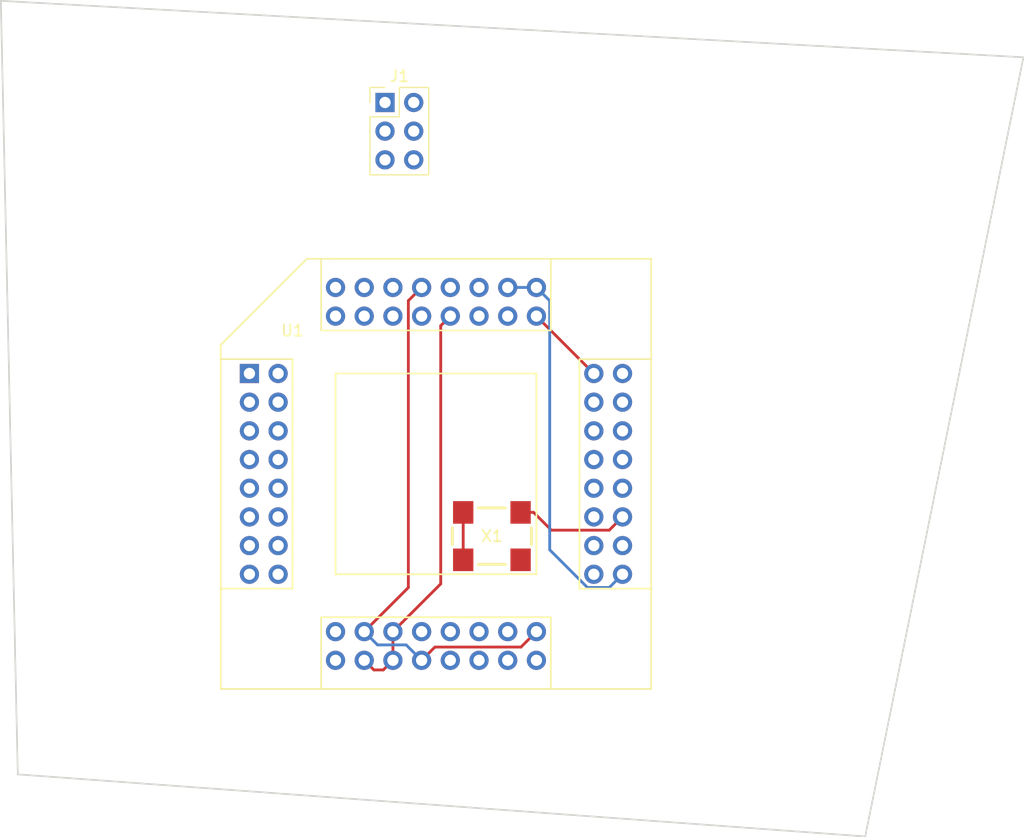
<source format=kicad_pcb>
(kicad_pcb (version 20171130) (host pcbnew "(5.0.0-rc3-dev-2-g101b68b61)")

  (general
    (thickness 1.6)
    (drawings 4)
    (tracks 34)
    (zones 0)
    (modules 3)
    (nets 62)
  )

  (page A4)
  (layers
    (0 F.Cu signal)
    (31 B.Cu signal)
    (37 F.SilkS user)
    (39 F.Mask user)
    (40 Dwgs.User user)
    (41 Cmts.User user)
    (42 Eco1.User user)
    (43 Eco2.User user)
    (44 Edge.Cuts user)
    (45 Margin user)
    (46 B.CrtYd user)
    (47 F.CrtYd user)
    (49 F.Fab user)
  )

  (setup
    (last_trace_width 0.25)
    (trace_clearance 0.2)
    (zone_clearance 0.508)
    (zone_45_only no)
    (trace_min 0.2)
    (segment_width 0.2)
    (edge_width 0.15)
    (via_size 0.8)
    (via_drill 0.4)
    (via_min_size 0.4)
    (via_min_drill 0.3)
    (uvia_size 0.3)
    (uvia_drill 0.1)
    (uvias_allowed no)
    (uvia_min_size 0.2)
    (uvia_min_drill 0.1)
    (pcb_text_width 0.3)
    (pcb_text_size 1.5 1.5)
    (mod_edge_width 0.15)
    (mod_text_size 1 1)
    (mod_text_width 0.15)
    (pad_size 1.7 1.7)
    (pad_drill 1)
    (pad_to_mask_clearance 0.2)
    (aux_axis_origin 0 0)
    (visible_elements 7FFFFFFF)
    (pcbplotparams
      (layerselection 0x010a0_ffffffff)
      (usegerberextensions true)
      (usegerberattributes false)
      (usegerberadvancedattributes false)
      (creategerberjobfile false)
      (excludeedgelayer true)
      (linewidth 0.100000)
      (plotframeref false)
      (viasonmask false)
      (mode 1)
      (useauxorigin false)
      (hpglpennumber 1)
      (hpglpenspeed 20)
      (hpglpendiameter 15.000000)
      (psnegative false)
      (psa4output false)
      (plotreference true)
      (plotvalue true)
      (plotinvisibletext false)
      (padsonsilk false)
      (subtractmaskfromsilk false)
      (outputformat 1)
      (mirror false)
      (drillshape 0)
      (scaleselection 1)
      (outputdirectory "gerber/"))
  )

  (net 0 "")
  (net 1 +3V3)
  (net 2 GND)
  (net 3 "Net-(J1-Pad6)")
  (net 4 "Net-(J1-Pad5)")
  (net 5 "Net-(J1-Pad4)")
  (net 6 "Net-(J1-Pad3)")
  (net 7 "Net-(J1-Pad2)")
  (net 8 "Net-(J1-Pad1)")
  (net 9 "Net-(U1-Pad1)")
  (net 10 "Net-(U1-Pad2)")
  (net 11 "Net-(U1-Pad3)")
  (net 12 "Net-(U1-Pad4)")
  (net 13 "Net-(U1-Pad5)")
  (net 14 "Net-(U1-Pad6)")
  (net 15 "Net-(U1-Pad7)")
  (net 16 "Net-(U1-Pad8)")
  (net 17 "Net-(U1-Pad9)")
  (net 18 "Net-(U1-Pad10)")
  (net 19 "Net-(U1-Pad11)")
  (net 20 "Net-(U1-Pad12)")
  (net 21 "Net-(U1-Pad13)")
  (net 22 "Net-(U1-Pad14)")
  (net 23 "Net-(U1-Pad15)")
  (net 24 "Net-(U1-Pad16)")
  (net 25 "Net-(U1-Pad17)")
  (net 26 "Net-(U1-Pad18)")
  (net 27 "Net-(U1-Pad19)")
  (net 28 "Net-(U1-Pad20)")
  (net 29 "Net-(U1-Pad24)")
  (net 30 "Net-(U1-Pad25)")
  (net 31 "Net-(U1-Pad26)")
  (net 32 "Net-(U1-Pad28)")
  (net 33 "Net-(U1-Pad30)")
  (net 34 "Net-(U1-Pad31)")
  (net 35 "Net-(U1-Pad33)")
  (net 36 "Net-(U1-Pad34)")
  (net 37 "Net-(U1-Pad35)")
  (net 38 "Net-(U1-Pad36)")
  (net 39 "Net-(U1-Pad37)")
  (net 40 "Net-(U1-Pad38)")
  (net 41 "Net-(U1-Pad39)")
  (net 42 "Net-(U1-Pad40)")
  (net 43 "Net-(U1-Pad41)")
  (net 44 "Net-(U1-Pad42)")
  (net 45 "Net-(U1-Pad43)")
  (net 46 "Net-(U1-Pad44)")
  (net 47 "Net-(U1-Pad45)")
  (net 48 "Net-(U1-Pad46)")
  (net 49 "Net-(U1-Pad47)")
  (net 50 "Net-(U1-Pad48)")
  (net 51 "Net-(U1-Pad52)")
  (net 52 "Net-(U1-Pad53)")
  (net 53 "Net-(U1-Pad54)")
  (net 54 "Net-(U1-Pad55)")
  (net 55 "Net-(U1-Pad58)")
  (net 56 "Net-(U1-Pad59)")
  (net 57 "Net-(U1-Pad60)")
  (net 58 "Net-(U1-Pad61)")
  (net 59 "Net-(U1-Pad62)")
  (net 60 "Net-(U1-Pad63)")
  (net 61 "Net-(U1-Pad64)")

  (net_class Default "This is the default net class."
    (clearance 0.2)
    (trace_width 0.25)
    (via_dia 0.8)
    (via_drill 0.4)
    (uvia_dia 0.3)
    (uvia_drill 0.1)
    (add_net +3V3)
    (add_net GND)
    (add_net "Net-(J1-Pad1)")
    (add_net "Net-(J1-Pad2)")
    (add_net "Net-(J1-Pad3)")
    (add_net "Net-(J1-Pad4)")
    (add_net "Net-(J1-Pad5)")
    (add_net "Net-(J1-Pad6)")
    (add_net "Net-(U1-Pad1)")
    (add_net "Net-(U1-Pad10)")
    (add_net "Net-(U1-Pad11)")
    (add_net "Net-(U1-Pad12)")
    (add_net "Net-(U1-Pad13)")
    (add_net "Net-(U1-Pad14)")
    (add_net "Net-(U1-Pad15)")
    (add_net "Net-(U1-Pad16)")
    (add_net "Net-(U1-Pad17)")
    (add_net "Net-(U1-Pad18)")
    (add_net "Net-(U1-Pad19)")
    (add_net "Net-(U1-Pad2)")
    (add_net "Net-(U1-Pad20)")
    (add_net "Net-(U1-Pad24)")
    (add_net "Net-(U1-Pad25)")
    (add_net "Net-(U1-Pad26)")
    (add_net "Net-(U1-Pad28)")
    (add_net "Net-(U1-Pad3)")
    (add_net "Net-(U1-Pad30)")
    (add_net "Net-(U1-Pad31)")
    (add_net "Net-(U1-Pad33)")
    (add_net "Net-(U1-Pad34)")
    (add_net "Net-(U1-Pad35)")
    (add_net "Net-(U1-Pad36)")
    (add_net "Net-(U1-Pad37)")
    (add_net "Net-(U1-Pad38)")
    (add_net "Net-(U1-Pad39)")
    (add_net "Net-(U1-Pad4)")
    (add_net "Net-(U1-Pad40)")
    (add_net "Net-(U1-Pad41)")
    (add_net "Net-(U1-Pad42)")
    (add_net "Net-(U1-Pad43)")
    (add_net "Net-(U1-Pad44)")
    (add_net "Net-(U1-Pad45)")
    (add_net "Net-(U1-Pad46)")
    (add_net "Net-(U1-Pad47)")
    (add_net "Net-(U1-Pad48)")
    (add_net "Net-(U1-Pad5)")
    (add_net "Net-(U1-Pad52)")
    (add_net "Net-(U1-Pad53)")
    (add_net "Net-(U1-Pad54)")
    (add_net "Net-(U1-Pad55)")
    (add_net "Net-(U1-Pad58)")
    (add_net "Net-(U1-Pad59)")
    (add_net "Net-(U1-Pad6)")
    (add_net "Net-(U1-Pad60)")
    (add_net "Net-(U1-Pad61)")
    (add_net "Net-(U1-Pad62)")
    (add_net "Net-(U1-Pad63)")
    (add_net "Net-(U1-Pad64)")
    (add_net "Net-(U1-Pad7)")
    (add_net "Net-(U1-Pad8)")
    (add_net "Net-(U1-Pad9)")
  )

  (module prj_lib_fp:xQFP_64_to_2.54mm_adapter (layer F.Cu) (tedit 5B453A16) (tstamp 5B457107)
    (at 72 56)
    (path /5B454C4D)
    (fp_text reference U1 (at 3.81 -3.81) (layer F.SilkS)
      (effects (font (size 1 1) (thickness 0.15)))
    )
    (fp_text value ADS1299-4PAG (at 16.51 30.48) (layer F.Fab)
      (effects (font (size 1 1) (thickness 0.15)))
    )
    (fp_line (start 7.62 -10.16) (end 5.08 -10.16) (layer F.SilkS) (width 0.15))
    (fp_line (start 5.08 -10.16) (end -2.54 -2.54) (layer F.SilkS) (width 0.15))
    (fp_line (start -2.54 -2.54) (end -2.54 27.94) (layer F.SilkS) (width 0.15))
    (fp_line (start -2.54 27.94) (end 35.56 27.94) (layer F.SilkS) (width 0.15))
    (fp_line (start 35.56 27.94) (end 35.56 -10.16) (layer F.SilkS) (width 0.15))
    (fp_line (start 35.56 -10.16) (end 7.62 -10.16) (layer F.SilkS) (width 0.15))
    (fp_line (start 25.4 0) (end 7.62 0) (layer F.SilkS) (width 0.15))
    (fp_line (start 7.62 0) (end 7.62 17.78) (layer F.SilkS) (width 0.15))
    (fp_line (start 7.62 17.78) (end 25.4 17.78) (layer F.SilkS) (width 0.15))
    (fp_line (start 25.4 17.78) (end 25.4 0) (layer F.SilkS) (width 0.15))
    (fp_line (start -2.54 -1.27) (end 3.81 -1.27) (layer F.SilkS) (width 0.15))
    (fp_line (start 3.81 -1.27) (end 3.81 19.05) (layer F.SilkS) (width 0.15))
    (fp_line (start 3.81 19.05) (end -2.54 19.05) (layer F.SilkS) (width 0.15))
    (fp_line (start 6.35 27.94) (end 6.35 21.59) (layer F.SilkS) (width 0.15))
    (fp_line (start 6.35 21.59) (end 26.67 21.59) (layer F.SilkS) (width 0.15))
    (fp_line (start 26.67 21.59) (end 26.67 27.94) (layer F.SilkS) (width 0.15))
    (fp_line (start 35.56 19.05) (end 29.21 19.05) (layer F.SilkS) (width 0.15))
    (fp_line (start 29.21 19.05) (end 29.21 -1.27) (layer F.SilkS) (width 0.15))
    (fp_line (start 29.21 -1.27) (end 35.56 -1.27) (layer F.SilkS) (width 0.15))
    (fp_line (start 26.67 -10.16) (end 26.67 -3.81) (layer F.SilkS) (width 0.15))
    (fp_line (start 26.67 -3.81) (end 6.35 -3.81) (layer F.SilkS) (width 0.15))
    (fp_line (start 6.35 -3.81) (end 6.35 -10.16) (layer F.SilkS) (width 0.15))
    (pad 1 thru_hole rect (at 0 0) (size 1.7 1.7) (drill 1) (layers *.Cu *.Mask)
      (net 9 "Net-(U1-Pad1)"))
    (pad 2 thru_hole circle (at 2.54 0) (size 1.7 1.7) (drill 1) (layers *.Cu *.Mask)
      (net 10 "Net-(U1-Pad2)"))
    (pad 3 thru_hole circle (at 0 2.54) (size 1.7 1.7) (drill 1) (layers *.Cu *.Mask)
      (net 11 "Net-(U1-Pad3)"))
    (pad 4 thru_hole circle (at 2.54 2.54) (size 1.7 1.7) (drill 1) (layers *.Cu *.Mask)
      (net 12 "Net-(U1-Pad4)"))
    (pad 5 thru_hole circle (at 0 5.08) (size 1.7 1.7) (drill 1) (layers *.Cu *.Mask)
      (net 13 "Net-(U1-Pad5)"))
    (pad 6 thru_hole circle (at 2.54 5.08) (size 1.7 1.7) (drill 1) (layers *.Cu *.Mask)
      (net 14 "Net-(U1-Pad6)"))
    (pad 7 thru_hole circle (at 0 7.62) (size 1.7 1.7) (drill 1) (layers *.Cu *.Mask)
      (net 15 "Net-(U1-Pad7)"))
    (pad 8 thru_hole circle (at 2.54 7.62) (size 1.7 1.7) (drill 1) (layers *.Cu *.Mask)
      (net 16 "Net-(U1-Pad8)"))
    (pad 9 thru_hole circle (at 0 10.16) (size 1.7 1.7) (drill 1) (layers *.Cu *.Mask)
      (net 17 "Net-(U1-Pad9)"))
    (pad 10 thru_hole circle (at 2.54 10.16) (size 1.7 1.7) (drill 1) (layers *.Cu *.Mask)
      (net 18 "Net-(U1-Pad10)"))
    (pad 11 thru_hole circle (at 0 12.7) (size 1.7 1.7) (drill 1) (layers *.Cu *.Mask)
      (net 19 "Net-(U1-Pad11)"))
    (pad 12 thru_hole circle (at 2.54 12.7) (size 1.7 1.7) (drill 1) (layers *.Cu *.Mask)
      (net 20 "Net-(U1-Pad12)"))
    (pad 13 thru_hole circle (at 0 15.24) (size 1.7 1.7) (drill 1) (layers *.Cu *.Mask)
      (net 21 "Net-(U1-Pad13)"))
    (pad 14 thru_hole circle (at 2.54 15.24) (size 1.7 1.7) (drill 1) (layers *.Cu *.Mask)
      (net 22 "Net-(U1-Pad14)"))
    (pad 15 thru_hole circle (at 0 17.78) (size 1.7 1.7) (drill 1) (layers *.Cu *.Mask)
      (net 23 "Net-(U1-Pad15)"))
    (pad 16 thru_hole circle (at 2.54 17.78) (size 1.7 1.7) (drill 1) (layers *.Cu *.Mask)
      (net 24 "Net-(U1-Pad16)"))
    (pad 17 thru_hole circle (at 7.62 25.4) (size 1.7 1.7) (drill 1) (layers *.Cu *.Mask)
      (net 25 "Net-(U1-Pad17)"))
    (pad 18 thru_hole circle (at 7.62 22.86) (size 1.7 1.7) (drill 1) (layers *.Cu *.Mask)
      (net 26 "Net-(U1-Pad18)"))
    (pad 19 thru_hole circle (at 10.16 25.4) (size 1.7 1.7) (drill 1) (layers *.Cu *.Mask)
      (net 27 "Net-(U1-Pad19)"))
    (pad 20 thru_hole circle (at 10.16 22.86) (size 1.7 1.7) (drill 1) (layers *.Cu *.Mask)
      (net 28 "Net-(U1-Pad20)"))
    (pad 21 thru_hole circle (at 12.7 25.4) (size 1.7 1.7) (drill 1) (layers *.Cu *.Mask)
      (net 27 "Net-(U1-Pad19)"))
    (pad 22 thru_hole circle (at 12.7 22.86) (size 1.7 1.7) (drill 1) (layers *.Cu *.Mask)
      (net 27 "Net-(U1-Pad19)"))
    (pad 23 thru_hole circle (at 15.24 25.4) (size 1.7 1.7) (drill 1) (layers *.Cu *.Mask)
      (net 28 "Net-(U1-Pad20)"))
    (pad 24 thru_hole circle (at 15.24 22.86) (size 1.7 1.7) (drill 1) (layers *.Cu *.Mask)
      (net 29 "Net-(U1-Pad24)"))
    (pad 25 thru_hole circle (at 17.78 25.4) (size 1.7 1.7) (drill 1) (layers *.Cu *.Mask)
      (net 30 "Net-(U1-Pad25)"))
    (pad 26 thru_hole circle (at 17.78 22.86) (size 1.7 1.7) (drill 1) (layers *.Cu *.Mask)
      (net 31 "Net-(U1-Pad26)"))
    (pad 27 thru_hole circle (at 20.32 25.4) (size 1.7 1.7) (drill 1) (layers *.Cu *.Mask))
    (pad 28 thru_hole circle (at 20.32 22.86) (size 1.7 1.7) (drill 1) (layers *.Cu *.Mask)
      (net 32 "Net-(U1-Pad28)"))
    (pad 29 thru_hole circle (at 22.86 25.4) (size 1.7 1.7) (drill 1) (layers *.Cu *.Mask))
    (pad 30 thru_hole circle (at 22.86 22.86) (size 1.7 1.7) (drill 1) (layers *.Cu *.Mask)
      (net 33 "Net-(U1-Pad30)"))
    (pad 31 thru_hole circle (at 25.4 25.4) (size 1.7 1.7) (drill 1) (layers *.Cu *.Mask)
      (net 34 "Net-(U1-Pad31)"))
    (pad 32 thru_hole circle (at 25.4 22.86) (size 1.7 1.7) (drill 1) (layers *.Cu *.Mask)
      (net 28 "Net-(U1-Pad20)"))
    (pad 33 thru_hole circle (at 33.02 17.78) (size 1.7 1.7) (drill 1) (layers *.Cu *.Mask)
      (net 35 "Net-(U1-Pad33)"))
    (pad 34 thru_hole circle (at 30.48 17.78) (size 1.7 1.7) (drill 1) (layers *.Cu *.Mask)
      (net 36 "Net-(U1-Pad34)"))
    (pad 35 thru_hole circle (at 33.02 15.24) (size 1.7 1.7) (drill 1) (layers *.Cu *.Mask)
      (net 37 "Net-(U1-Pad35)"))
    (pad 36 thru_hole circle (at 30.48 15.24) (size 1.7 1.7) (drill 1) (layers *.Cu *.Mask)
      (net 38 "Net-(U1-Pad36)"))
    (pad 37 thru_hole circle (at 33.02 12.7) (size 1.7 1.7) (drill 1) (layers *.Cu *.Mask)
      (net 39 "Net-(U1-Pad37)"))
    (pad 38 thru_hole circle (at 30.48 12.7) (size 1.7 1.7) (drill 1) (layers *.Cu *.Mask)
      (net 40 "Net-(U1-Pad38)"))
    (pad 39 thru_hole circle (at 33.02 10.16) (size 1.7 1.7) (drill 1) (layers *.Cu *.Mask)
      (net 41 "Net-(U1-Pad39)"))
    (pad 40 thru_hole circle (at 30.48 10.16) (size 1.7 1.7) (drill 1) (layers *.Cu *.Mask)
      (net 42 "Net-(U1-Pad40)"))
    (pad 41 thru_hole circle (at 33.02 7.62) (size 1.7 1.7) (drill 1) (layers *.Cu *.Mask)
      (net 43 "Net-(U1-Pad41)"))
    (pad 42 thru_hole circle (at 30.48 7.62) (size 1.7 1.7) (drill 1) (layers *.Cu *.Mask)
      (net 44 "Net-(U1-Pad42)"))
    (pad 43 thru_hole circle (at 33.02 5.08) (size 1.7 1.7) (drill 1) (layers *.Cu *.Mask)
      (net 45 "Net-(U1-Pad43)"))
    (pad 44 thru_hole circle (at 30.48 5.08) (size 1.7 1.7) (drill 1) (layers *.Cu *.Mask)
      (net 46 "Net-(U1-Pad44)"))
    (pad 45 thru_hole circle (at 33.02 2.54) (size 1.7 1.7) (drill 1) (layers *.Cu *.Mask)
      (net 47 "Net-(U1-Pad45)"))
    (pad 46 thru_hole circle (at 30.48 2.54) (size 1.7 1.7) (drill 1) (layers *.Cu *.Mask)
      (net 48 "Net-(U1-Pad46)"))
    (pad 47 thru_hole circle (at 33.02 0) (size 1.7 1.7) (drill 1) (layers *.Cu *.Mask)
      (net 49 "Net-(U1-Pad47)"))
    (pad 48 thru_hole circle (at 30.48 0) (size 1.7 1.7) (drill 1) (layers *.Cu *.Mask)
      (net 50 "Net-(U1-Pad48)"))
    (pad 49 thru_hole circle (at 25.4 -7.62) (size 1.7 1.7) (drill 1) (layers *.Cu *.Mask)
      (net 35 "Net-(U1-Pad33)"))
    (pad 50 thru_hole circle (at 25.4 -5.08) (size 1.7 1.7) (drill 1) (layers *.Cu *.Mask)
      (net 50 "Net-(U1-Pad48)"))
    (pad 51 thru_hole circle (at 22.86 -7.62) (size 1.7 1.7) (drill 1) (layers *.Cu *.Mask)
      (net 35 "Net-(U1-Pad33)"))
    (pad 52 thru_hole circle (at 22.86 -5.08) (size 1.7 1.7) (drill 1) (layers *.Cu *.Mask)
      (net 51 "Net-(U1-Pad52)"))
    (pad 53 thru_hole circle (at 20.32 -7.62) (size 1.7 1.7) (drill 1) (layers *.Cu *.Mask)
      (net 52 "Net-(U1-Pad53)"))
    (pad 54 thru_hole circle (at 20.32 -5.08) (size 1.7 1.7) (drill 1) (layers *.Cu *.Mask)
      (net 53 "Net-(U1-Pad54)"))
    (pad 55 thru_hole circle (at 17.78 -7.62) (size 1.7 1.7) (drill 1) (layers *.Cu *.Mask)
      (net 54 "Net-(U1-Pad55)"))
    (pad 56 thru_hole circle (at 17.78 -5.08) (size 1.7 1.7) (drill 1) (layers *.Cu *.Mask)
      (net 27 "Net-(U1-Pad19)"))
    (pad 57 thru_hole circle (at 15.24 -7.62) (size 1.7 1.7) (drill 1) (layers *.Cu *.Mask)
      (net 28 "Net-(U1-Pad20)"))
    (pad 58 thru_hole circle (at 15.24 -5.08) (size 1.7 1.7) (drill 1) (layers *.Cu *.Mask)
      (net 55 "Net-(U1-Pad58)"))
    (pad 59 thru_hole circle (at 12.7 -7.62) (size 1.7 1.7) (drill 1) (layers *.Cu *.Mask)
      (net 56 "Net-(U1-Pad59)"))
    (pad 60 thru_hole circle (at 12.7 -5.08) (size 1.7 1.7) (drill 1) (layers *.Cu *.Mask)
      (net 57 "Net-(U1-Pad60)"))
    (pad 61 thru_hole circle (at 10.16 -7.62) (size 1.7 1.7) (drill 1) (layers *.Cu *.Mask)
      (net 58 "Net-(U1-Pad61)"))
    (pad 62 thru_hole circle (at 10.16 -5.08) (size 1.7 1.7) (drill 1) (layers *.Cu *.Mask)
      (net 59 "Net-(U1-Pad62)"))
    (pad 63 thru_hole circle (at 7.62 -7.62) (size 1.7 1.7) (drill 1) (layers *.Cu *.Mask)
      (net 60 "Net-(U1-Pad63)"))
    (pad 64 thru_hole circle (at 7.62 -5.08) (size 1.7 1.7) (drill 1) (layers *.Cu *.Mask)
      (net 61 "Net-(U1-Pad64)"))
  )

  (module prj_lib_fp:SG0705 (layer F.Cu) (tedit 5B451A83) (tstamp 5B4519EE)
    (at 93.46 70.4)
    (descr http://www.farnell.com/datasheets/1841779.pdf)
    (tags "SPXO Crystal Oscillator")
    (path /5B4519FE)
    (attr smd)
    (fp_text reference X1 (at 0 0) (layer F.SilkS)
      (effects (font (size 1 1) (thickness 0.15)))
    )
    (fp_text value X1G0044810050_SG7050CAN_2.048_MHZ (at -0.0889 4.25196) (layer F.Fab)
      (effects (font (size 1 1) (thickness 0.15)))
    )
    (fp_line (start -1.2 2.5) (end 1.2 2.5) (layer F.SilkS) (width 0.254))
    (fp_line (start -1.2 -2.5) (end 1.2 -2.5) (layer F.SilkS) (width 0.254))
    (fp_text user "this one's mine!" (at 1.8923 6.7056) (layer Cmts.User) hide
      (effects (font (size 1 1) (thickness 0.15)))
    )
    (fp_line (start -3.5 -0.75) (end -3.5 0.75) (layer F.SilkS) (width 0.254))
    (fp_line (start 3.5 -0.75) (end 3.5 0.75) (layer F.SilkS) (width 0.254))
    (fp_line (start 3.5 -2.5) (end 3.5 2.5) (layer Dwgs.User) (width 0.254))
    (fp_line (start -3.5 -2.5) (end -3.5 2.5) (layer Dwgs.User) (width 0.254))
    (fp_line (start -3.5 2.5) (end 3.5 2.5) (layer Dwgs.User) (width 0.254))
    (fp_line (start -3.5 -2.5) (end 3.5 -2.5) (layer Dwgs.User) (width 0.254))
    (pad 1 smd rect (at -2.54 2.1) (size 1.8 2) (layers F.Cu F.Paste F.Mask)
      (net 1 +3V3))
    (pad 2 smd rect (at 2.54 2.1) (size 1.8 2) (layers F.Cu F.Paste F.Mask)
      (net 2 GND))
    (pad 4 smd rect (at -2.54 -2.1) (size 1.8 2) (layers F.Cu F.Paste F.Mask)
      (net 1 +3V3))
    (pad 3 smd rect (at 2.54 -2.1) (size 1.8 2) (layers F.Cu F.Paste F.Mask)
      (net 39 "Net-(U1-Pad37)"))
  )

  (module Pin_Headers:Pin_Header_Straight_2x03_Pitch2.54mm (layer F.Cu) (tedit 5B4536FF) (tstamp 5B4536E6)
    (at 84 32)
    (descr "Through hole straight pin header, 2x03, 2.54mm pitch, double rows")
    (tags "Through hole pin header THT 2x03 2.54mm double row")
    (path /5B4550CF)
    (fp_text reference J1 (at 1.27 -2.33) (layer F.SilkS)
      (effects (font (size 1 1) (thickness 0.15)))
    )
    (fp_text value Conn_02x03_Counter_Clockwise (at 1.27 7.41) (layer F.Fab)
      (effects (font (size 1 1) (thickness 0.15)))
    )
    (fp_text user %R (at 1.27 2.54 90) (layer F.Fab)
      (effects (font (size 1 1) (thickness 0.15)))
    )
    (fp_line (start 4.35 -1.8) (end -1.8 -1.8) (layer F.CrtYd) (width 0.05))
    (fp_line (start 4.35 6.85) (end 4.35 -1.8) (layer F.CrtYd) (width 0.05))
    (fp_line (start -1.8 6.85) (end 4.35 6.85) (layer F.CrtYd) (width 0.05))
    (fp_line (start -1.8 -1.8) (end -1.8 6.85) (layer F.CrtYd) (width 0.05))
    (fp_line (start -1.33 -1.33) (end 0 -1.33) (layer F.SilkS) (width 0.12))
    (fp_line (start -1.33 0) (end -1.33 -1.33) (layer F.SilkS) (width 0.12))
    (fp_line (start 1.27 -1.33) (end 3.87 -1.33) (layer F.SilkS) (width 0.12))
    (fp_line (start 1.27 1.27) (end 1.27 -1.33) (layer F.SilkS) (width 0.12))
    (fp_line (start -1.33 1.27) (end 1.27 1.27) (layer F.SilkS) (width 0.12))
    (fp_line (start 3.87 -1.33) (end 3.87 6.41) (layer F.SilkS) (width 0.12))
    (fp_line (start -1.33 1.27) (end -1.33 6.41) (layer F.SilkS) (width 0.12))
    (fp_line (start -1.33 6.41) (end 3.87 6.41) (layer F.SilkS) (width 0.12))
    (fp_line (start -1.27 0) (end 0 -1.27) (layer F.Fab) (width 0.1))
    (fp_line (start -1.27 6.35) (end -1.27 0) (layer F.Fab) (width 0.1))
    (fp_line (start 3.81 6.35) (end -1.27 6.35) (layer F.Fab) (width 0.1))
    (fp_line (start 3.81 -1.27) (end 3.81 6.35) (layer F.Fab) (width 0.1))
    (fp_line (start 0 -1.27) (end 3.81 -1.27) (layer F.Fab) (width 0.1))
    (pad 6 thru_hole oval (at 2.54 5.08) (size 1.7 1.7) (drill 1) (layers *.Cu *.Mask)
      (net 3 "Net-(J1-Pad6)"))
    (pad 5 thru_hole oval (at 0 5.08) (size 1.7 1.7) (drill 1) (layers *.Cu *.Mask)
      (net 4 "Net-(J1-Pad5)"))
    (pad 4 thru_hole oval (at 2.54 2.54) (size 1.7 1.7) (drill 1) (layers *.Cu *.Mask)
      (net 5 "Net-(J1-Pad4)"))
    (pad 3 thru_hole oval (at 0 2.54) (size 1.7 1.7) (drill 1) (layers *.Cu *.Mask)
      (net 6 "Net-(J1-Pad3)"))
    (pad 2 thru_hole circle (at 2.54 0) (size 1.7 1.7) (drill 1) (layers *.Cu *.Mask)
      (net 7 "Net-(J1-Pad2)"))
    (pad 1 thru_hole rect (at 0 0) (size 1.7 1.7) (drill 1) (layers *.Cu *.Mask)
      (net 8 "Net-(J1-Pad1)"))
    (model ${KISYS3DMOD}/Pin_Headers.3dshapes/Pin_Header_Straight_2x03_Pitch2.54mm.wrl
      (at (xyz 0 0 0))
      (scale (xyz 1 1 1))
      (rotate (xyz 0 0 0))
    )
  )

  (gr_line (start 51.5 91.5) (end 50 23) (layer Edge.Cuts) (width 0.15))
  (gr_line (start 126.5 97) (end 51.5 91.5) (layer Edge.Cuts) (width 0.15))
  (gr_line (start 140.5 28) (end 126.5 97) (layer Edge.Cuts) (width 0.15))
  (gr_line (start 50 23) (end 140.5 28) (layer Edge.Cuts) (width 0.15))

  (segment (start 90.92 72.5) (end 90.92 68.3) (width 0.25) (layer F.Cu) (net 1))
  (segment (start 85.549999 78.010001) (end 84.7 78.86) (width 0.25) (layer F.Cu) (net 27))
  (segment (start 88.930001 74.629999) (end 85.549999 78.010001) (width 0.25) (layer F.Cu) (net 27))
  (segment (start 88.930001 51.769999) (end 88.930001 74.629999) (width 0.25) (layer F.Cu) (net 27))
  (segment (start 89.78 50.92) (end 88.930001 51.769999) (width 0.25) (layer F.Cu) (net 27))
  (segment (start 84.7 78.86) (end 84.7 81.4) (width 0.25) (layer F.Cu) (net 27))
  (segment (start 83.009999 82.249999) (end 82.16 81.4) (width 0.25) (layer F.Cu) (net 27))
  (segment (start 83.850001 82.249999) (end 83.009999 82.249999) (width 0.25) (layer F.Cu) (net 27))
  (segment (start 84.7 81.4) (end 83.850001 82.249999) (width 0.25) (layer F.Cu) (net 27))
  (segment (start 83.009999 78.010001) (end 82.16 78.86) (width 0.25) (layer F.Cu) (net 28))
  (segment (start 86.064999 74.955001) (end 83.009999 78.010001) (width 0.25) (layer F.Cu) (net 28))
  (segment (start 86.064999 49.555001) (end 86.064999 74.955001) (width 0.25) (layer F.Cu) (net 28))
  (segment (start 87.24 48.38) (end 86.064999 49.555001) (width 0.25) (layer F.Cu) (net 28))
  (segment (start 86.390001 80.550001) (end 87.24 81.4) (width 0.25) (layer B.Cu) (net 28))
  (segment (start 85.875001 80.035001) (end 86.390001 80.550001) (width 0.25) (layer B.Cu) (net 28))
  (segment (start 83.335001 80.035001) (end 85.875001 80.035001) (width 0.25) (layer B.Cu) (net 28))
  (segment (start 82.16 78.86) (end 83.335001 80.035001) (width 0.25) (layer B.Cu) (net 28))
  (segment (start 96.550001 79.709999) (end 97.4 78.86) (width 0.25) (layer F.Cu) (net 28))
  (segment (start 96.035001 80.224999) (end 96.550001 79.709999) (width 0.25) (layer F.Cu) (net 28))
  (segment (start 88.415001 80.224999) (end 96.035001 80.224999) (width 0.25) (layer F.Cu) (net 28))
  (segment (start 87.24 81.4) (end 88.415001 80.224999) (width 0.25) (layer F.Cu) (net 28))
  (segment (start 98.249999 49.229999) (end 97.4 48.38) (width 0.25) (layer B.Cu) (net 35))
  (segment (start 98.575001 49.555001) (end 98.249999 49.229999) (width 0.25) (layer B.Cu) (net 35))
  (segment (start 98.575001 71.614003) (end 98.575001 49.555001) (width 0.25) (layer B.Cu) (net 35))
  (segment (start 101.915999 74.955001) (end 98.575001 71.614003) (width 0.25) (layer B.Cu) (net 35))
  (segment (start 103.844999 74.955001) (end 101.915999 74.955001) (width 0.25) (layer B.Cu) (net 35))
  (segment (start 105.02 73.78) (end 103.844999 74.955001) (width 0.25) (layer B.Cu) (net 35))
  (segment (start 97.4 48.38) (end 94.86 48.38) (width 0.25) (layer B.Cu) (net 35))
  (segment (start 104.170001 69.549999) (end 105.02 68.7) (width 0.25) (layer F.Cu) (net 39))
  (segment (start 103.844999 69.875001) (end 104.170001 69.549999) (width 0.25) (layer F.Cu) (net 39))
  (segment (start 98.725001 69.875001) (end 103.844999 69.875001) (width 0.25) (layer F.Cu) (net 39))
  (segment (start 97.15 68.3) (end 98.725001 69.875001) (width 0.25) (layer F.Cu) (net 39))
  (segment (start 96 68.3) (end 97.15 68.3) (width 0.25) (layer F.Cu) (net 39))
  (segment (start 97.4 50.92) (end 102.48 56) (width 0.25) (layer F.Cu) (net 50))

)

</source>
